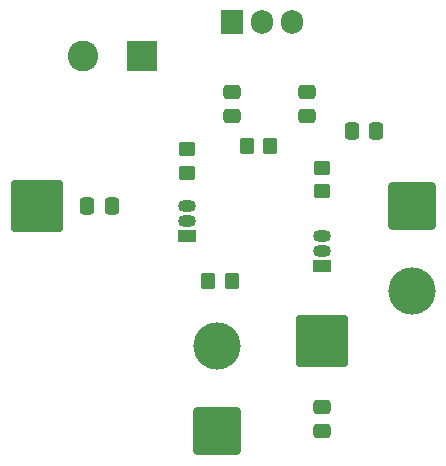
<source format=gbr>
%TF.GenerationSoftware,KiCad,Pcbnew,(6.0.7)*%
%TF.CreationDate,2022-09-29T22:29:57-04:00*%
%TF.ProjectId,fuzz_v1,66757a7a-5f76-4312-9e6b-696361645f70,rev?*%
%TF.SameCoordinates,Original*%
%TF.FileFunction,Soldermask,Top*%
%TF.FilePolarity,Negative*%
%FSLAX46Y46*%
G04 Gerber Fmt 4.6, Leading zero omitted, Abs format (unit mm)*
G04 Created by KiCad (PCBNEW (6.0.7)) date 2022-09-29 22:29:57*
%MOMM*%
%LPD*%
G01*
G04 APERTURE LIST*
G04 Aperture macros list*
%AMRoundRect*
0 Rectangle with rounded corners*
0 $1 Rounding radius*
0 $2 $3 $4 $5 $6 $7 $8 $9 X,Y pos of 4 corners*
0 Add a 4 corners polygon primitive as box body*
4,1,4,$2,$3,$4,$5,$6,$7,$8,$9,$2,$3,0*
0 Add four circle primitives for the rounded corners*
1,1,$1+$1,$2,$3*
1,1,$1+$1,$4,$5*
1,1,$1+$1,$6,$7*
1,1,$1+$1,$8,$9*
0 Add four rect primitives between the rounded corners*
20,1,$1+$1,$2,$3,$4,$5,0*
20,1,$1+$1,$4,$5,$6,$7,0*
20,1,$1+$1,$6,$7,$8,$9,0*
20,1,$1+$1,$8,$9,$2,$3,0*%
G04 Aperture macros list end*
%ADD10RoundRect,0.250000X-0.450000X0.350000X-0.450000X-0.350000X0.450000X-0.350000X0.450000X0.350000X0*%
%ADD11RoundRect,0.250000X-0.475000X0.337500X-0.475000X-0.337500X0.475000X-0.337500X0.475000X0.337500X0*%
%ADD12RoundRect,0.250000X-0.350000X-0.450000X0.350000X-0.450000X0.350000X0.450000X-0.350000X0.450000X0*%
%ADD13R,1.500000X1.050000*%
%ADD14O,1.500000X1.050000*%
%ADD15RoundRect,0.250000X-1.750000X1.750000X-1.750000X-1.750000X1.750000X-1.750000X1.750000X1.750000X0*%
%ADD16C,4.000000*%
%ADD17R,1.905000X2.000000*%
%ADD18O,1.905000X2.000000*%
%ADD19RoundRect,0.250000X0.337500X0.475000X-0.337500X0.475000X-0.337500X-0.475000X0.337500X-0.475000X0*%
%ADD20RoundRect,0.249999X-1.950001X-1.950001X1.950001X-1.950001X1.950001X1.950001X-1.950001X1.950001X0*%
%ADD21RoundRect,0.250000X1.750000X-1.750000X1.750000X1.750000X-1.750000X1.750000X-1.750000X-1.750000X0*%
%ADD22R,2.600000X2.600000*%
%ADD23C,2.600000*%
%ADD24RoundRect,0.250000X-0.337500X-0.475000X0.337500X-0.475000X0.337500X0.475000X-0.337500X0.475000X0*%
G04 APERTURE END LIST*
D10*
%TO.C,R3*%
X140970000Y-50070000D03*
X140970000Y-52070000D03*
%TD*%
D11*
%TO.C,C3*%
X139700000Y-43645000D03*
X139700000Y-45720000D03*
%TD*%
D12*
%TO.C,R4*%
X131350000Y-59690000D03*
X133350000Y-59690000D03*
%TD*%
D13*
%TO.C,Q1*%
X129540000Y-55880000D03*
D14*
X129540000Y-54610000D03*
X129540000Y-53340000D03*
%TD*%
D13*
%TO.C,Q2*%
X140970000Y-58420000D03*
D14*
X140970000Y-57150000D03*
X140970000Y-55880000D03*
%TD*%
D15*
%TO.C,J4*%
X148590000Y-53340000D03*
D16*
X148590000Y-60540000D03*
%TD*%
D17*
%TO.C,U1*%
X133350000Y-37775000D03*
D18*
X135890000Y-37775000D03*
X138430000Y-37775000D03*
%TD*%
D19*
%TO.C,C2*%
X123190000Y-53340000D03*
X121115000Y-53340000D03*
%TD*%
D11*
%TO.C,C5*%
X140970000Y-70315000D03*
X140970000Y-72390000D03*
%TD*%
D20*
%TO.C,J6*%
X140970000Y-64770000D03*
%TD*%
D11*
%TO.C,C1*%
X133350000Y-43645000D03*
X133350000Y-45720000D03*
%TD*%
D21*
%TO.C,J5*%
X132080000Y-72390000D03*
D16*
X132080000Y-65190000D03*
%TD*%
D22*
%TO.C,J1*%
X125730000Y-40640000D03*
D23*
X120730000Y-40640000D03*
%TD*%
D10*
%TO.C,R1*%
X129540000Y-48530000D03*
X129540000Y-50530000D03*
%TD*%
D20*
%TO.C,J2*%
X116840000Y-53340000D03*
%TD*%
D24*
%TO.C,C4*%
X143510000Y-46990000D03*
X145585000Y-46990000D03*
%TD*%
D12*
%TO.C,R2*%
X134620000Y-48260000D03*
X136620000Y-48260000D03*
%TD*%
M02*

</source>
